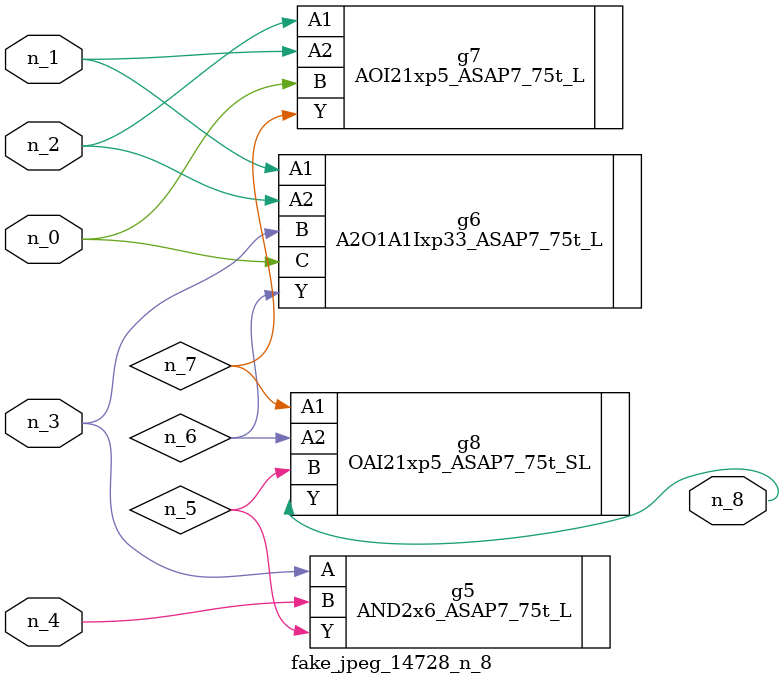
<source format=v>
module fake_jpeg_14728_n_8 (n_3, n_2, n_1, n_0, n_4, n_8);

input n_3;
input n_2;
input n_1;
input n_0;
input n_4;

output n_8;

wire n_6;
wire n_5;
wire n_7;

AND2x6_ASAP7_75t_L g5 ( 
.A(n_3),
.B(n_4),
.Y(n_5)
);

A2O1A1Ixp33_ASAP7_75t_L g6 ( 
.A1(n_1),
.A2(n_2),
.B(n_3),
.C(n_0),
.Y(n_6)
);

AOI21xp5_ASAP7_75t_L g7 ( 
.A1(n_2),
.A2(n_1),
.B(n_0),
.Y(n_7)
);

OAI21xp5_ASAP7_75t_SL g8 ( 
.A1(n_7),
.A2(n_6),
.B(n_5),
.Y(n_8)
);


endmodule
</source>
